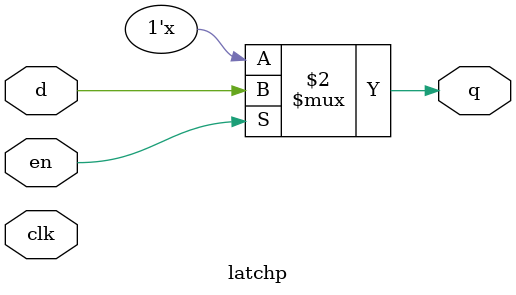
<source format=v>
module latchp (
    input d,
    clk,
    en,
    output reg q
);
  always @* if (en) q <= d;
endmodule


</source>
